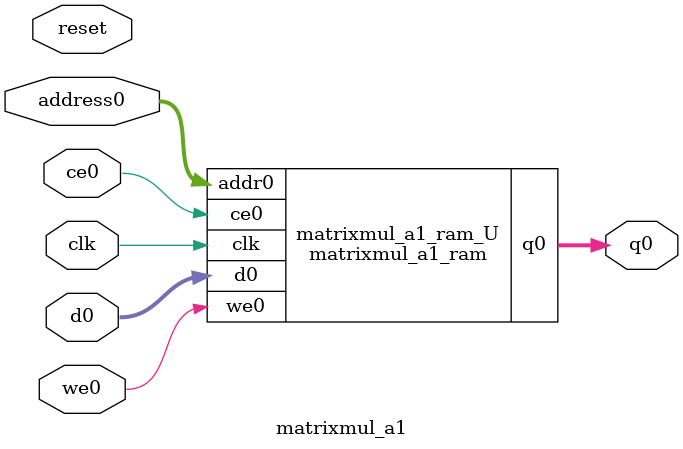
<source format=v>

`timescale 1 ns / 1 ps
module matrixmul_a1_ram (addr0, ce0, d0, we0, q0,  clk);

parameter DWIDTH = 32;
parameter AWIDTH = 4;
parameter MEM_SIZE = 9;

input[AWIDTH-1:0] addr0;
input ce0;
input[DWIDTH-1:0] d0;
input we0;
output reg[DWIDTH-1:0] q0;
input clk;

(* ram_style = "distributed" *)reg [DWIDTH-1:0] ram[0:MEM_SIZE-1];




always @(posedge clk)  
begin 
    if (ce0) 
    begin
        if (we0) 
        begin 
            ram[addr0] <= d0; 
            q0 <= d0;
        end 
        q0 <= ram[addr0];
    end
end


endmodule


`timescale 1 ns / 1 ps
module matrixmul_a1(
    reset,
    clk,
    address0,
    ce0,
    we0,
    d0,
    q0);

parameter DataWidth = 32'd32;
parameter AddressRange = 32'd9;
parameter AddressWidth = 32'd4;
input reset;
input clk;
input[AddressWidth - 1:0] address0;
input ce0;
input we0;
input[DataWidth - 1:0] d0;
output[DataWidth - 1:0] q0;



matrixmul_a1_ram matrixmul_a1_ram_U(
    .clk( clk ),
    .addr0( address0 ),
    .ce0( ce0 ),
    .d0( d0 ),
    .we0( we0 ),
    .q0( q0 ));

endmodule


</source>
